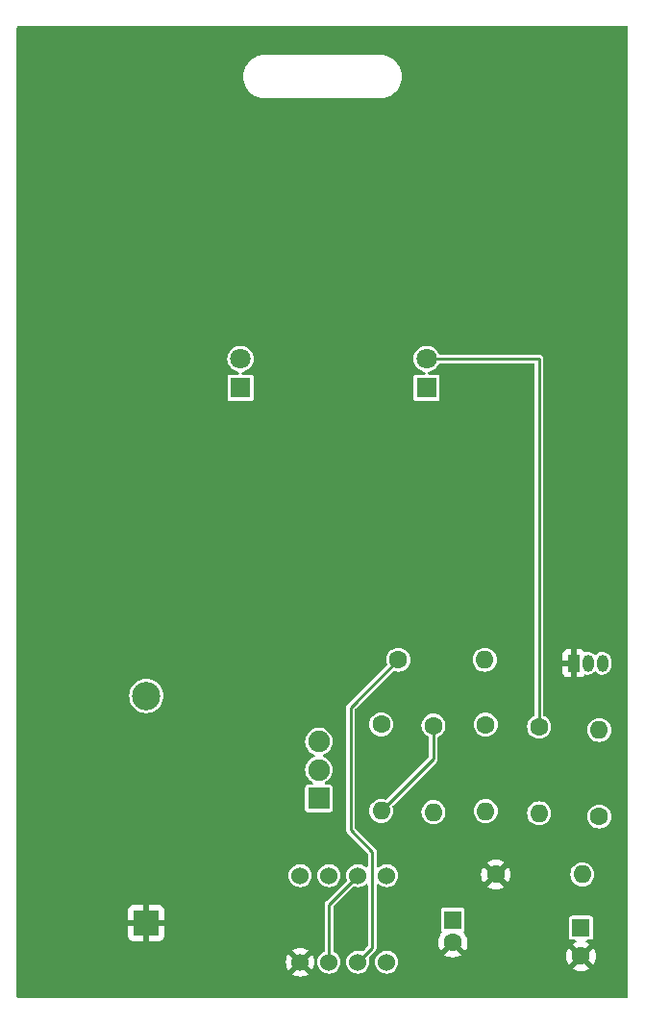
<source format=gbr>
%TF.GenerationSoftware,KiCad,Pcbnew,7.0.6*%
%TF.CreationDate,2024-05-29T23:10:09-05:00*%
%TF.ProjectId,My_kikad,4d795f6b-696b-4616-942e-6b696361645f,V01*%
%TF.SameCoordinates,Original*%
%TF.FileFunction,Copper,L2,Bot*%
%TF.FilePolarity,Positive*%
%FSLAX46Y46*%
G04 Gerber Fmt 4.6, Leading zero omitted, Abs format (unit mm)*
G04 Created by KiCad (PCBNEW 7.0.6) date 2024-05-29 23:10:09*
%MOMM*%
%LPD*%
G01*
G04 APERTURE LIST*
%TA.AperFunction,ComponentPad*%
%ADD10C,1.600000*%
%TD*%
%TA.AperFunction,ComponentPad*%
%ADD11O,1.600000X1.600000*%
%TD*%
%TA.AperFunction,ComponentPad*%
%ADD12R,1.800000X1.800000*%
%TD*%
%TA.AperFunction,ComponentPad*%
%ADD13C,1.800000*%
%TD*%
%TA.AperFunction,ComponentPad*%
%ADD14C,1.524000*%
%TD*%
%TA.AperFunction,ComponentPad*%
%ADD15R,2.170000X2.170000*%
%TD*%
%TA.AperFunction,ComponentPad*%
%ADD16C,2.500000*%
%TD*%
%TA.AperFunction,ComponentPad*%
%ADD17R,1.600000X1.600000*%
%TD*%
%TA.AperFunction,ComponentPad*%
%ADD18R,1.900000X1.900000*%
%TD*%
%TA.AperFunction,ComponentPad*%
%ADD19C,1.900000*%
%TD*%
%TA.AperFunction,ComponentPad*%
%ADD20R,1.000000X1.500000*%
%TD*%
%TA.AperFunction,ComponentPad*%
%ADD21O,1.000000X1.500000*%
%TD*%
%TA.AperFunction,Conductor*%
%ADD22C,0.254000*%
%TD*%
G04 APERTURE END LIST*
D10*
%TO.P,R2,1*%
%TO.N,Net-(U1-DIS)*%
X163700000Y-102990000D03*
D11*
%TO.P,R2,2*%
%TO.N,Net-(U1-THRESH)*%
X163700000Y-110610000D03*
%TD*%
D12*
%TO.P,D2,1,K*%
%TO.N,Net-(D1-K)*%
X163100000Y-73240000D03*
D13*
%TO.P,D2,2,A*%
%TO.N,Net-(D2-A)*%
X163100000Y-70700000D03*
%TD*%
D10*
%TO.P,R3,1*%
%TO.N,Net-(U1-OUT)*%
X160600000Y-97200000D03*
D11*
%TO.P,R3,2*%
%TO.N,Net-(C2-Pad1)*%
X168220000Y-97200000D03*
%TD*%
D10*
%TO.P,R4,1*%
%TO.N,Net-(C2-Pad1)*%
X178300000Y-111000000D03*
D11*
%TO.P,R4,2*%
%TO.N,Net-(Q1-B)*%
X178300000Y-103380000D03*
%TD*%
D14*
%TO.P,7555,1,GND*%
%TO.N,GND*%
X151960000Y-123820000D03*
%TO.P,7555,2,~{TRIG}*%
%TO.N,Net-(U1-THRESH)*%
X154500000Y-123820000D03*
%TO.P,7555,3,OUT*%
%TO.N,Net-(U1-OUT)*%
X157040000Y-123820000D03*
%TO.P,7555,4,~{RST}*%
%TO.N,VCC*%
X159580000Y-123820000D03*
%TO.P,7555,5,CV*%
%TO.N,unconnected-(U1-CV-Pad5)*%
X159580000Y-116200000D03*
%TO.P,7555,6,THRESH*%
%TO.N,Net-(U1-THRESH)*%
X157040000Y-116200000D03*
%TO.P,7555,7,DIS*%
%TO.N,Net-(U1-DIS)*%
X154500000Y-116200000D03*
%TO.P,7555,8,VDD*%
%TO.N,VCC*%
X151960000Y-116200000D03*
%TD*%
D15*
%TO.P,BAT1,Neg*%
%TO.N,GND*%
X138400000Y-120375700D03*
D16*
%TO.P,BAT1,Pos*%
%TO.N,Net-(BAT1-PadPos)*%
X138400000Y-100375700D03*
%TD*%
D10*
%TO.P,R7,1*%
%TO.N,Net-(D2-A)*%
X173000000Y-103100000D03*
D11*
%TO.P,R7,2*%
%TO.N,VCC*%
X173000000Y-110720000D03*
%TD*%
D17*
%TO.P,C1,1*%
%TO.N,Net-(U1-THRESH)*%
X165400000Y-120100000D03*
D10*
%TO.P,C1,2*%
%TO.N,GND*%
X165400000Y-122100000D03*
%TD*%
D18*
%TO.P,S1,1*%
%TO.N,unconnected-(S1-Pad1)*%
X153600000Y-109400000D03*
D19*
%TO.P,S1,2*%
%TO.N,VCC*%
X153600000Y-106900000D03*
%TO.P,S1,3*%
%TO.N,Net-(BAT1-PadPos)*%
X153600000Y-104400000D03*
%TD*%
D10*
%TO.P,R1,1*%
%TO.N,VCC*%
X159100000Y-102890000D03*
D11*
%TO.P,R1,2*%
%TO.N,Net-(U1-DIS)*%
X159100000Y-110510000D03*
%TD*%
D10*
%TO.P,R5,1*%
%TO.N,GND*%
X169200000Y-116100000D03*
D11*
%TO.P,R5,2*%
%TO.N,Net-(C2-Pad1)*%
X176820000Y-116100000D03*
%TD*%
D12*
%TO.P,D1,1,K*%
%TO.N,Net-(D1-K)*%
X146700000Y-73240000D03*
D13*
%TO.P,D1,2,A*%
%TO.N,Net-(D1-A)*%
X146700000Y-70700000D03*
%TD*%
D17*
%TO.P,C2,1*%
%TO.N,Net-(C2-Pad1)*%
X176700000Y-120800000D03*
D10*
%TO.P,C2,2*%
%TO.N,GND*%
X176700000Y-123300000D03*
%TD*%
D20*
%TO.P,Q1,1,E*%
%TO.N,GND*%
X176060000Y-97500000D03*
D21*
%TO.P,Q1,2,B*%
%TO.N,Net-(Q1-B)*%
X177330000Y-97500000D03*
%TO.P,Q1,3,C*%
%TO.N,Net-(D1-K)*%
X178600000Y-97500000D03*
%TD*%
D10*
%TO.P,R6,1*%
%TO.N,Net-(D1-A)*%
X168300000Y-102900000D03*
D11*
%TO.P,R6,2*%
%TO.N,VCC*%
X168300000Y-110520000D03*
%TD*%
D22*
%TO.N,Net-(U1-THRESH)*%
X154500000Y-123820000D02*
X154500000Y-118740000D01*
X154500000Y-118740000D02*
X157040000Y-116200000D01*
%TO.N,Net-(D2-A)*%
X173000000Y-70700000D02*
X163100000Y-70700000D01*
X173000000Y-103100000D02*
X173000000Y-70700000D01*
%TO.N,Net-(U1-DIS)*%
X163700000Y-105910000D02*
X159100000Y-110510000D01*
X163700000Y-102990000D02*
X163700000Y-105910000D01*
%TO.N,Net-(U1-OUT)*%
X156400000Y-101400000D02*
X160600000Y-97200000D01*
X156400000Y-112200000D02*
X156400000Y-101400000D01*
X158300000Y-114100000D02*
X156400000Y-112200000D01*
X157040000Y-123820000D02*
X158300000Y-122560000D01*
X158300000Y-122560000D02*
X158300000Y-114100000D01*
%TD*%
%TA.AperFunction,Conductor*%
%TO.N,GND*%
G36*
X180789621Y-41422502D02*
G01*
X180836114Y-41476158D01*
X180847500Y-41528500D01*
X180847500Y-126873500D01*
X180827498Y-126941621D01*
X180773842Y-126988114D01*
X180721500Y-126999500D01*
X127126500Y-126999500D01*
X127058379Y-126979498D01*
X127011886Y-126925842D01*
X127000500Y-126873500D01*
X127000500Y-123820000D01*
X150693179Y-123820000D01*
X150712425Y-124039979D01*
X150769577Y-124253276D01*
X150769579Y-124253281D01*
X150862899Y-124453407D01*
X150908258Y-124518186D01*
X151575096Y-123851348D01*
X151575051Y-123851898D01*
X151606266Y-123975162D01*
X151675813Y-124081612D01*
X151776157Y-124159713D01*
X151896422Y-124201000D01*
X151932552Y-124201000D01*
X151261812Y-124871739D01*
X151261812Y-124871741D01*
X151326590Y-124917099D01*
X151326589Y-124917099D01*
X151526718Y-125010420D01*
X151526723Y-125010422D01*
X151740020Y-125067574D01*
X151959999Y-125086820D01*
X152179979Y-125067574D01*
X152393276Y-125010422D01*
X152393281Y-125010420D01*
X152593410Y-124917099D01*
X152593411Y-124917098D01*
X152658186Y-124871741D01*
X152658186Y-124871740D01*
X151987447Y-124201000D01*
X151991569Y-124201000D01*
X152085421Y-124185339D01*
X152197251Y-124124820D01*
X152283371Y-124031269D01*
X152334448Y-123914823D01*
X152340105Y-123846552D01*
X153011739Y-124518186D01*
X153011741Y-124518186D01*
X153057098Y-124453411D01*
X153057099Y-124453410D01*
X153150420Y-124253281D01*
X153150422Y-124253276D01*
X153207574Y-124039978D01*
X153226819Y-123819999D01*
X153478581Y-123819999D01*
X153498206Y-124019261D01*
X153498206Y-124019263D01*
X153556332Y-124210877D01*
X153556334Y-124210883D01*
X153650720Y-124387466D01*
X153650722Y-124387469D01*
X153777748Y-124542252D01*
X153932531Y-124669278D01*
X154109120Y-124763667D01*
X154300731Y-124821792D01*
X154300735Y-124821792D01*
X154300737Y-124821793D01*
X154499997Y-124841418D01*
X154500000Y-124841418D01*
X154500003Y-124841418D01*
X154699261Y-124821793D01*
X154699263Y-124821793D01*
X154699264Y-124821792D01*
X154699269Y-124821792D01*
X154890880Y-124763667D01*
X155067469Y-124669278D01*
X155222252Y-124542252D01*
X155349278Y-124387469D01*
X155443667Y-124210880D01*
X155501792Y-124019269D01*
X155506136Y-123975162D01*
X155521418Y-123820003D01*
X155521418Y-123819996D01*
X155501793Y-123620738D01*
X155501793Y-123620736D01*
X155501792Y-123620733D01*
X155501792Y-123620731D01*
X155443667Y-123429120D01*
X155349278Y-123252531D01*
X155222252Y-123097748D01*
X155067469Y-122970722D01*
X154962912Y-122914835D01*
X154948103Y-122906919D01*
X154897455Y-122857166D01*
X154881500Y-122795797D01*
X154881500Y-118950211D01*
X154901502Y-118882090D01*
X154918400Y-118861121D01*
X156585541Y-117193979D01*
X156647851Y-117159956D01*
X156711210Y-117162502D01*
X156840727Y-117201791D01*
X156840728Y-117201791D01*
X156840731Y-117201792D01*
X156840734Y-117201792D01*
X156840738Y-117201793D01*
X157039997Y-117221418D01*
X157040000Y-117221418D01*
X157040003Y-117221418D01*
X157239261Y-117201793D01*
X157239263Y-117201793D01*
X157239264Y-117201792D01*
X157239269Y-117201792D01*
X157430880Y-117143667D01*
X157607469Y-117049278D01*
X157712569Y-116963024D01*
X157777914Y-116935273D01*
X157847892Y-116947255D01*
X157900284Y-116995168D01*
X157918500Y-117060426D01*
X157918500Y-122349787D01*
X157898498Y-122417908D01*
X157881599Y-122438877D01*
X157672964Y-122647513D01*
X157494459Y-122826018D01*
X157432147Y-122860043D01*
X157368789Y-122857497D01*
X157239266Y-122818207D01*
X157239261Y-122818206D01*
X157040003Y-122798582D01*
X157039997Y-122798582D01*
X156840738Y-122818206D01*
X156840736Y-122818206D01*
X156649122Y-122876332D01*
X156649116Y-122876334D01*
X156472533Y-122970720D01*
X156317748Y-123097748D01*
X156190720Y-123252533D01*
X156096334Y-123429116D01*
X156096332Y-123429122D01*
X156038206Y-123620736D01*
X156038206Y-123620738D01*
X156018582Y-123819996D01*
X156018582Y-123820003D01*
X156038206Y-124019261D01*
X156038206Y-124019263D01*
X156096332Y-124210877D01*
X156096334Y-124210883D01*
X156190720Y-124387466D01*
X156190722Y-124387469D01*
X156317748Y-124542252D01*
X156472531Y-124669278D01*
X156649120Y-124763667D01*
X156840731Y-124821792D01*
X156840735Y-124821792D01*
X156840737Y-124821793D01*
X157039997Y-124841418D01*
X157040000Y-124841418D01*
X157040003Y-124841418D01*
X157239261Y-124821793D01*
X157239263Y-124821793D01*
X157239264Y-124821792D01*
X157239269Y-124821792D01*
X157430880Y-124763667D01*
X157607469Y-124669278D01*
X157762252Y-124542252D01*
X157889278Y-124387469D01*
X157983667Y-124210880D01*
X158041792Y-124019269D01*
X158046136Y-123975162D01*
X158061418Y-123820003D01*
X158558582Y-123820003D01*
X158578206Y-124019261D01*
X158578206Y-124019263D01*
X158636332Y-124210877D01*
X158636334Y-124210883D01*
X158730720Y-124387466D01*
X158730722Y-124387469D01*
X158857748Y-124542252D01*
X159012531Y-124669278D01*
X159189120Y-124763667D01*
X159380731Y-124821792D01*
X159380735Y-124821792D01*
X159380737Y-124821793D01*
X159579997Y-124841418D01*
X159580000Y-124841418D01*
X159580003Y-124841418D01*
X159779261Y-124821793D01*
X159779263Y-124821793D01*
X159779264Y-124821792D01*
X159779269Y-124821792D01*
X159970880Y-124763667D01*
X160147469Y-124669278D01*
X160302252Y-124542252D01*
X160429278Y-124387469D01*
X160523667Y-124210880D01*
X160581792Y-124019269D01*
X160586136Y-123975162D01*
X160601418Y-123820003D01*
X160601418Y-123819996D01*
X160581793Y-123620738D01*
X160581793Y-123620736D01*
X160581792Y-123620733D01*
X160581792Y-123620731D01*
X160523667Y-123429120D01*
X160429278Y-123252531D01*
X160302252Y-123097748D01*
X160147469Y-122970722D01*
X160147467Y-122970721D01*
X160147466Y-122970720D01*
X159970883Y-122876334D01*
X159970877Y-122876332D01*
X159805015Y-122826018D01*
X159779269Y-122818208D01*
X159779268Y-122818207D01*
X159779262Y-122818206D01*
X159580003Y-122798582D01*
X159579997Y-122798582D01*
X159380738Y-122818206D01*
X159380736Y-122818206D01*
X159189122Y-122876332D01*
X159189116Y-122876334D01*
X159012533Y-122970720D01*
X158857748Y-123097748D01*
X158730720Y-123252533D01*
X158636334Y-123429116D01*
X158636332Y-123429122D01*
X158578206Y-123620736D01*
X158578206Y-123620738D01*
X158558582Y-123819996D01*
X158558582Y-123820003D01*
X158061418Y-123820003D01*
X158061418Y-123819996D01*
X158041793Y-123620738D01*
X158041792Y-123620735D01*
X158041792Y-123620731D01*
X158002501Y-123491210D01*
X158001868Y-123420218D01*
X158033979Y-123365541D01*
X158532548Y-122866973D01*
X158552717Y-122850595D01*
X158561956Y-122844560D01*
X158584111Y-122816093D01*
X158589277Y-122810244D01*
X158592114Y-122807409D01*
X158605900Y-122788099D01*
X158640158Y-122744085D01*
X158640160Y-122744076D01*
X158643956Y-122737065D01*
X158647470Y-122729876D01*
X158647475Y-122729870D01*
X158656384Y-122699943D01*
X158663390Y-122676412D01*
X158681499Y-122623664D01*
X158682819Y-122615752D01*
X158683805Y-122607842D01*
X158681500Y-122552115D01*
X158681500Y-122100000D01*
X164095034Y-122100000D01*
X164114859Y-122326602D01*
X164173732Y-122546323D01*
X164173734Y-122546328D01*
X164269867Y-122752486D01*
X164320972Y-122825471D01*
X165002045Y-122144399D01*
X165014835Y-122225148D01*
X165072359Y-122338045D01*
X165161955Y-122427641D01*
X165274852Y-122485165D01*
X165355598Y-122497953D01*
X164674527Y-123179024D01*
X164674527Y-123179027D01*
X164747513Y-123230132D01*
X164953671Y-123326265D01*
X164953676Y-123326267D01*
X165173397Y-123385140D01*
X165400000Y-123404965D01*
X165626602Y-123385140D01*
X165846323Y-123326267D01*
X165846328Y-123326265D01*
X165902654Y-123300000D01*
X175395034Y-123300000D01*
X175414859Y-123526602D01*
X175473732Y-123746323D01*
X175473734Y-123746328D01*
X175569867Y-123952486D01*
X175620972Y-124025471D01*
X176302045Y-123344398D01*
X176314835Y-123425148D01*
X176372359Y-123538045D01*
X176461955Y-123627641D01*
X176574852Y-123685165D01*
X176655598Y-123697953D01*
X175974527Y-124379024D01*
X175974527Y-124379027D01*
X176047513Y-124430132D01*
X176253671Y-124526265D01*
X176253676Y-124526267D01*
X176473397Y-124585140D01*
X176700000Y-124604965D01*
X176926602Y-124585140D01*
X177146323Y-124526267D01*
X177146328Y-124526265D01*
X177352482Y-124430134D01*
X177425471Y-124379026D01*
X177425471Y-124379025D01*
X176744400Y-123697953D01*
X176825148Y-123685165D01*
X176938045Y-123627641D01*
X177027641Y-123538045D01*
X177085165Y-123425148D01*
X177097953Y-123344399D01*
X177779025Y-124025471D01*
X177779026Y-124025471D01*
X177830134Y-123952482D01*
X177926265Y-123746328D01*
X177926267Y-123746323D01*
X177985140Y-123526602D01*
X178004965Y-123300000D01*
X177985140Y-123073397D01*
X177926267Y-122853676D01*
X177926265Y-122853671D01*
X177830132Y-122647513D01*
X177779027Y-122574527D01*
X177779024Y-122574527D01*
X177097953Y-123255598D01*
X177085165Y-123174852D01*
X177027641Y-123061955D01*
X176938045Y-122972359D01*
X176825148Y-122914835D01*
X176744399Y-122902046D01*
X177425471Y-122220972D01*
X177425471Y-122220971D01*
X177352486Y-122169867D01*
X177191276Y-122094694D01*
X177137991Y-122047777D01*
X177118530Y-121979499D01*
X177139072Y-121911540D01*
X177193095Y-121865474D01*
X177244525Y-121854499D01*
X177525066Y-121854499D01*
X177525069Y-121854498D01*
X177525073Y-121854498D01*
X177574326Y-121844701D01*
X177599301Y-121839734D01*
X177683484Y-121783484D01*
X177739734Y-121699301D01*
X177754500Y-121625067D01*
X177754499Y-119974934D01*
X177754498Y-119974930D01*
X177754498Y-119974926D01*
X177739734Y-119900699D01*
X177683483Y-119816515D01*
X177599302Y-119760266D01*
X177525067Y-119745500D01*
X175874936Y-119745500D01*
X175874926Y-119745501D01*
X175800699Y-119760265D01*
X175716515Y-119816516D01*
X175660266Y-119900697D01*
X175645500Y-119974930D01*
X175645500Y-121625063D01*
X175645501Y-121625073D01*
X175660265Y-121699300D01*
X175716516Y-121783484D01*
X175800697Y-121839733D01*
X175800699Y-121839734D01*
X175874933Y-121854500D01*
X176155474Y-121854499D01*
X176223592Y-121874501D01*
X176270085Y-121928156D01*
X176280190Y-121998430D01*
X176250697Y-122063011D01*
X176208723Y-122094693D01*
X176047518Y-122169865D01*
X176047516Y-122169866D01*
X175974526Y-122220973D01*
X176655599Y-122902046D01*
X176574852Y-122914835D01*
X176461955Y-122972359D01*
X176372359Y-123061955D01*
X176314835Y-123174852D01*
X176302046Y-123255599D01*
X175620973Y-122574526D01*
X175569867Y-122647515D01*
X175473734Y-122853672D01*
X175473732Y-122853676D01*
X175414859Y-123073397D01*
X175395034Y-123300000D01*
X165902654Y-123300000D01*
X166052482Y-123230134D01*
X166125471Y-123179026D01*
X166125471Y-123179025D01*
X165444400Y-122497953D01*
X165525148Y-122485165D01*
X165638045Y-122427641D01*
X165727641Y-122338045D01*
X165785165Y-122225148D01*
X165797953Y-122144400D01*
X166479024Y-122825471D01*
X166479026Y-122825471D01*
X166530134Y-122752482D01*
X166626265Y-122546328D01*
X166626267Y-122546323D01*
X166685140Y-122326602D01*
X166704965Y-122100000D01*
X166685140Y-121873397D01*
X166626267Y-121653676D01*
X166626265Y-121653671D01*
X166530133Y-121447516D01*
X166399664Y-121261187D01*
X166399659Y-121261181D01*
X166391818Y-121253340D01*
X166357792Y-121191028D01*
X166362857Y-121120213D01*
X166378870Y-121095326D01*
X166376590Y-121093802D01*
X166439733Y-120999302D01*
X166439732Y-120999302D01*
X166439734Y-120999301D01*
X166454500Y-120925067D01*
X166454499Y-119274934D01*
X166454498Y-119274930D01*
X166454498Y-119274926D01*
X166439734Y-119200699D01*
X166383483Y-119116515D01*
X166299302Y-119060266D01*
X166225067Y-119045500D01*
X164574936Y-119045500D01*
X164574926Y-119045501D01*
X164500699Y-119060265D01*
X164416515Y-119116516D01*
X164360266Y-119200697D01*
X164345500Y-119274930D01*
X164345500Y-120925063D01*
X164345501Y-120925073D01*
X164360265Y-120999300D01*
X164423411Y-121093803D01*
X164419714Y-121096272D01*
X164442206Y-121137461D01*
X164437141Y-121208276D01*
X164408188Y-121253332D01*
X164400337Y-121261183D01*
X164269866Y-121447516D01*
X164173734Y-121653671D01*
X164173732Y-121653676D01*
X164114859Y-121873397D01*
X164095034Y-122100000D01*
X158681500Y-122100000D01*
X158681500Y-117044013D01*
X158701502Y-116975892D01*
X158755158Y-116929399D01*
X158825432Y-116919295D01*
X158887431Y-116946612D01*
X159012531Y-117049278D01*
X159012533Y-117049279D01*
X159180474Y-117139046D01*
X159189120Y-117143667D01*
X159380731Y-117201792D01*
X159380735Y-117201792D01*
X159380737Y-117201793D01*
X159579997Y-117221418D01*
X159580000Y-117221418D01*
X159580003Y-117221418D01*
X159779261Y-117201793D01*
X159779263Y-117201793D01*
X159779264Y-117201792D01*
X159779269Y-117201792D01*
X159970880Y-117143667D01*
X160147469Y-117049278D01*
X160302252Y-116922252D01*
X160429278Y-116767469D01*
X160523667Y-116590880D01*
X160581792Y-116399269D01*
X160588949Y-116326602D01*
X160601418Y-116200003D01*
X160601418Y-116199996D01*
X160591569Y-116100000D01*
X167895034Y-116100000D01*
X167914859Y-116326602D01*
X167973732Y-116546323D01*
X167973734Y-116546328D01*
X168069867Y-116752486D01*
X168120972Y-116825471D01*
X168802045Y-116144398D01*
X168814835Y-116225148D01*
X168872359Y-116338045D01*
X168961955Y-116427641D01*
X169074852Y-116485165D01*
X169155598Y-116497953D01*
X168474527Y-117179024D01*
X168474527Y-117179027D01*
X168547513Y-117230132D01*
X168753671Y-117326265D01*
X168753676Y-117326267D01*
X168973397Y-117385140D01*
X169200000Y-117404965D01*
X169426602Y-117385140D01*
X169646323Y-117326267D01*
X169646328Y-117326265D01*
X169852482Y-117230134D01*
X169925471Y-117179026D01*
X169925471Y-117179025D01*
X169244400Y-116497953D01*
X169325148Y-116485165D01*
X169438045Y-116427641D01*
X169527641Y-116338045D01*
X169585165Y-116225148D01*
X169597953Y-116144400D01*
X170279024Y-116825471D01*
X170279026Y-116825471D01*
X170330134Y-116752482D01*
X170426265Y-116546328D01*
X170426267Y-116546323D01*
X170485140Y-116326602D01*
X170504965Y-116100003D01*
X175760398Y-116100003D01*
X175780756Y-116306711D01*
X175841055Y-116505492D01*
X175938974Y-116688686D01*
X176070747Y-116849252D01*
X176231313Y-116981024D01*
X176231313Y-116981025D01*
X176231317Y-116981027D01*
X176414508Y-117078945D01*
X176613282Y-117139242D01*
X176613286Y-117139242D01*
X176613288Y-117139243D01*
X176819997Y-117159602D01*
X176820000Y-117159602D01*
X176820003Y-117159602D01*
X177026711Y-117139243D01*
X177026712Y-117139242D01*
X177026718Y-117139242D01*
X177225492Y-117078945D01*
X177408683Y-116981027D01*
X177408684Y-116981025D01*
X177408686Y-116981025D01*
X177408686Y-116981024D01*
X177569252Y-116849252D01*
X177701027Y-116688683D01*
X177798945Y-116505492D01*
X177859242Y-116306718D01*
X177869754Y-116199996D01*
X177879602Y-116100003D01*
X177879602Y-116099996D01*
X177859243Y-115893288D01*
X177859242Y-115893286D01*
X177859242Y-115893282D01*
X177798945Y-115694508D01*
X177701027Y-115511317D01*
X177701025Y-115511313D01*
X177569252Y-115350747D01*
X177408686Y-115218975D01*
X177408686Y-115218974D01*
X177225492Y-115121055D01*
X177026711Y-115060756D01*
X176820003Y-115040398D01*
X176819997Y-115040398D01*
X176613288Y-115060756D01*
X176414507Y-115121055D01*
X176231313Y-115218974D01*
X176231313Y-115218975D01*
X176070747Y-115350747D01*
X175938975Y-115511313D01*
X175938974Y-115511313D01*
X175841055Y-115694507D01*
X175780756Y-115893288D01*
X175760398Y-116099996D01*
X175760398Y-116100003D01*
X170504965Y-116100003D01*
X170504965Y-116100000D01*
X170485140Y-115873397D01*
X170426267Y-115653676D01*
X170426265Y-115653671D01*
X170330132Y-115447513D01*
X170279026Y-115374527D01*
X169597953Y-116055598D01*
X169585165Y-115974852D01*
X169527641Y-115861955D01*
X169438045Y-115772359D01*
X169325148Y-115714835D01*
X169244399Y-115702046D01*
X169925471Y-115020972D01*
X169925471Y-115020971D01*
X169852486Y-114969867D01*
X169646328Y-114873734D01*
X169646323Y-114873732D01*
X169426602Y-114814859D01*
X169200000Y-114795034D01*
X168973397Y-114814859D01*
X168753676Y-114873732D01*
X168753672Y-114873734D01*
X168547515Y-114969867D01*
X168474526Y-115020973D01*
X169155599Y-115702046D01*
X169074852Y-115714835D01*
X168961955Y-115772359D01*
X168872359Y-115861955D01*
X168814835Y-115974852D01*
X168802046Y-116055600D01*
X168120972Y-115374526D01*
X168069867Y-115447515D01*
X167973734Y-115653672D01*
X167973732Y-115653676D01*
X167914859Y-115873397D01*
X167895034Y-116100000D01*
X160591569Y-116100000D01*
X160581793Y-116000738D01*
X160581793Y-116000736D01*
X160581792Y-116000733D01*
X160581792Y-116000731D01*
X160523667Y-115809120D01*
X160429278Y-115632531D01*
X160302252Y-115477748D01*
X160147469Y-115350722D01*
X160147467Y-115350721D01*
X160147466Y-115350720D01*
X159970883Y-115256334D01*
X159970877Y-115256332D01*
X159847725Y-115218974D01*
X159779269Y-115198208D01*
X159779268Y-115198207D01*
X159779262Y-115198206D01*
X159580003Y-115178582D01*
X159579997Y-115178582D01*
X159380738Y-115198206D01*
X159380736Y-115198206D01*
X159189122Y-115256332D01*
X159189116Y-115256334D01*
X159012533Y-115350720D01*
X158887433Y-115453386D01*
X158822085Y-115481139D01*
X158752107Y-115469157D01*
X158699716Y-115421243D01*
X158681500Y-115355986D01*
X158681500Y-114152634D01*
X158684182Y-114126774D01*
X158686445Y-114115984D01*
X158681983Y-114080190D01*
X158681500Y-114072400D01*
X158681500Y-114068394D01*
X158681500Y-114068389D01*
X158677595Y-114044993D01*
X158670696Y-113989640D01*
X158670694Y-113989635D01*
X158668414Y-113981975D01*
X158665819Y-113974415D01*
X158639276Y-113925368D01*
X158614776Y-113875252D01*
X158610147Y-113868768D01*
X158605220Y-113862438D01*
X158564192Y-113824669D01*
X156818405Y-112078881D01*
X156784379Y-112016569D01*
X156781500Y-111989786D01*
X156781500Y-110510003D01*
X158040398Y-110510003D01*
X158060756Y-110716711D01*
X158060757Y-110716717D01*
X158060758Y-110716718D01*
X158121055Y-110915491D01*
X158121055Y-110915492D01*
X158218974Y-111098686D01*
X158350747Y-111259252D01*
X158511313Y-111391024D01*
X158511313Y-111391025D01*
X158538379Y-111405492D01*
X158694508Y-111488945D01*
X158893282Y-111549242D01*
X158893286Y-111549242D01*
X158893288Y-111549243D01*
X159099997Y-111569602D01*
X159100000Y-111569602D01*
X159100003Y-111569602D01*
X159306711Y-111549243D01*
X159306712Y-111549242D01*
X159306718Y-111549242D01*
X159505492Y-111488945D01*
X159688683Y-111391027D01*
X159688684Y-111391025D01*
X159688686Y-111391025D01*
X159688686Y-111391024D01*
X159849252Y-111259252D01*
X159981027Y-111098683D01*
X160078945Y-110915492D01*
X160139242Y-110716718D01*
X160149753Y-110610003D01*
X162640398Y-110610003D01*
X162660756Y-110816711D01*
X162660757Y-110816717D01*
X162660758Y-110816718D01*
X162721054Y-111015492D01*
X162721055Y-111015492D01*
X162818974Y-111198686D01*
X162950747Y-111359252D01*
X163111313Y-111491024D01*
X163111313Y-111491025D01*
X163126130Y-111498945D01*
X163294508Y-111588945D01*
X163493282Y-111649242D01*
X163493286Y-111649242D01*
X163493288Y-111649243D01*
X163699997Y-111669602D01*
X163700000Y-111669602D01*
X163700003Y-111669602D01*
X163906711Y-111649243D01*
X163906712Y-111649242D01*
X163906718Y-111649242D01*
X164105492Y-111588945D01*
X164288683Y-111491027D01*
X164288684Y-111491025D01*
X164288686Y-111491025D01*
X164288686Y-111491024D01*
X164449252Y-111359252D01*
X164581027Y-111198683D01*
X164678945Y-111015492D01*
X164739242Y-110816718D01*
X164741551Y-110793282D01*
X164759602Y-110610003D01*
X164759602Y-110609996D01*
X164750738Y-110520003D01*
X167240398Y-110520003D01*
X167260756Y-110726711D01*
X167321055Y-110925492D01*
X167418974Y-111108686D01*
X167550747Y-111269252D01*
X167711313Y-111401024D01*
X167711313Y-111401025D01*
X167711317Y-111401027D01*
X167894508Y-111498945D01*
X168093282Y-111559242D01*
X168093286Y-111559242D01*
X168093288Y-111559243D01*
X168299997Y-111579602D01*
X168300000Y-111579602D01*
X168300003Y-111579602D01*
X168506711Y-111559243D01*
X168506712Y-111559242D01*
X168506718Y-111559242D01*
X168705492Y-111498945D01*
X168888683Y-111401027D01*
X168888684Y-111401025D01*
X168888686Y-111401025D01*
X168888686Y-111401024D01*
X169049252Y-111269252D01*
X169181027Y-111108683D01*
X169278945Y-110925492D01*
X169339242Y-110726718D01*
X169339904Y-110720003D01*
X171940398Y-110720003D01*
X171960756Y-110926711D01*
X171960757Y-110926717D01*
X171960758Y-110926718D01*
X171982988Y-111000000D01*
X172021055Y-111125492D01*
X172118974Y-111308686D01*
X172250747Y-111469252D01*
X172411313Y-111601024D01*
X172411313Y-111601025D01*
X172411317Y-111601027D01*
X172594508Y-111698945D01*
X172793282Y-111759242D01*
X172793286Y-111759242D01*
X172793288Y-111759243D01*
X172999997Y-111779602D01*
X173000000Y-111779602D01*
X173000003Y-111779602D01*
X173206711Y-111759243D01*
X173206712Y-111759242D01*
X173206718Y-111759242D01*
X173405492Y-111698945D01*
X173588683Y-111601027D01*
X173588684Y-111601025D01*
X173588686Y-111601025D01*
X173588686Y-111601024D01*
X173749252Y-111469252D01*
X173881027Y-111308683D01*
X173978945Y-111125492D01*
X174017011Y-111000003D01*
X177240398Y-111000003D01*
X177260756Y-111206711D01*
X177321055Y-111405492D01*
X177418974Y-111588686D01*
X177550747Y-111749252D01*
X177711313Y-111881024D01*
X177711313Y-111881025D01*
X177711317Y-111881027D01*
X177894508Y-111978945D01*
X178093282Y-112039242D01*
X178093286Y-112039242D01*
X178093288Y-112039243D01*
X178299997Y-112059602D01*
X178300000Y-112059602D01*
X178300003Y-112059602D01*
X178506711Y-112039243D01*
X178506712Y-112039242D01*
X178506718Y-112039242D01*
X178705492Y-111978945D01*
X178888683Y-111881027D01*
X178888684Y-111881025D01*
X178888686Y-111881025D01*
X178888686Y-111881024D01*
X179049252Y-111749252D01*
X179181027Y-111588683D01*
X179278945Y-111405492D01*
X179339242Y-111206718D01*
X179340034Y-111198683D01*
X179359602Y-111000003D01*
X179359602Y-110999996D01*
X179339243Y-110793288D01*
X179339242Y-110793286D01*
X179339242Y-110793282D01*
X179278945Y-110594508D01*
X179181027Y-110411317D01*
X179181025Y-110411313D01*
X179049252Y-110250747D01*
X178888686Y-110118975D01*
X178888686Y-110118974D01*
X178705492Y-110021055D01*
X178539651Y-109970748D01*
X178506718Y-109960758D01*
X178506717Y-109960757D01*
X178506711Y-109960756D01*
X178300003Y-109940398D01*
X178299997Y-109940398D01*
X178093288Y-109960756D01*
X177894507Y-110021055D01*
X177711313Y-110118974D01*
X177711313Y-110118975D01*
X177550747Y-110250747D01*
X177418975Y-110411313D01*
X177418974Y-110411313D01*
X177321055Y-110594507D01*
X177260756Y-110793288D01*
X177240398Y-110999996D01*
X177240398Y-111000003D01*
X174017011Y-111000003D01*
X174039242Y-110926718D01*
X174052385Y-110793282D01*
X174059602Y-110720003D01*
X174059602Y-110719996D01*
X174039243Y-110513288D01*
X174039242Y-110513286D01*
X174039242Y-110513282D01*
X173978945Y-110314508D01*
X173881027Y-110131317D01*
X173881025Y-110131313D01*
X173749252Y-109970747D01*
X173588686Y-109838975D01*
X173588686Y-109838974D01*
X173405492Y-109741055D01*
X173206711Y-109680756D01*
X173000003Y-109660398D01*
X172999997Y-109660398D01*
X172793288Y-109680756D01*
X172594507Y-109741055D01*
X172411313Y-109838974D01*
X172411313Y-109838975D01*
X172250747Y-109970747D01*
X172118975Y-110131313D01*
X172118974Y-110131313D01*
X172021055Y-110314507D01*
X171960756Y-110513288D01*
X171940398Y-110719996D01*
X171940398Y-110720003D01*
X169339904Y-110720003D01*
X169359602Y-110520003D01*
X169359602Y-110519996D01*
X169339243Y-110313288D01*
X169339242Y-110313286D01*
X169339242Y-110313282D01*
X169278945Y-110114508D01*
X169181027Y-109931317D01*
X169181025Y-109931313D01*
X169049252Y-109770747D01*
X168888686Y-109638975D01*
X168888686Y-109638974D01*
X168705492Y-109541055D01*
X168506711Y-109480756D01*
X168300003Y-109460398D01*
X168299997Y-109460398D01*
X168093288Y-109480756D01*
X167894507Y-109541055D01*
X167711313Y-109638974D01*
X167711313Y-109638975D01*
X167550747Y-109770747D01*
X167418975Y-109931313D01*
X167418974Y-109931313D01*
X167321055Y-110114507D01*
X167260756Y-110313288D01*
X167240398Y-110519996D01*
X167240398Y-110520003D01*
X164750738Y-110520003D01*
X164739243Y-110403288D01*
X164739242Y-110403286D01*
X164739242Y-110403282D01*
X164678945Y-110204508D01*
X164581027Y-110021317D01*
X164581025Y-110021313D01*
X164449252Y-109860747D01*
X164288686Y-109728975D01*
X164288686Y-109728974D01*
X164105492Y-109631055D01*
X163906711Y-109570756D01*
X163700003Y-109550398D01*
X163699997Y-109550398D01*
X163493288Y-109570756D01*
X163294507Y-109631055D01*
X163111313Y-109728974D01*
X163111313Y-109728975D01*
X162950747Y-109860747D01*
X162818975Y-110021313D01*
X162818974Y-110021313D01*
X162721055Y-110204507D01*
X162660756Y-110403288D01*
X162640398Y-110609996D01*
X162640398Y-110610003D01*
X160149753Y-110610003D01*
X160149754Y-110609996D01*
X160159602Y-110510003D01*
X160159602Y-110509996D01*
X160139243Y-110303290D01*
X160139242Y-110303288D01*
X160139242Y-110303282D01*
X160092968Y-110150739D01*
X160092336Y-110079748D01*
X160124447Y-110025073D01*
X163932542Y-106216978D01*
X163952718Y-106200594D01*
X163961956Y-106194560D01*
X163984114Y-106166089D01*
X163989282Y-106160238D01*
X163992113Y-106157409D01*
X164005891Y-106138110D01*
X164040158Y-106094085D01*
X164040158Y-106094082D01*
X164043957Y-106087064D01*
X164047471Y-106079874D01*
X164047475Y-106079870D01*
X164050026Y-106071300D01*
X164063391Y-106026410D01*
X164081499Y-105973664D01*
X164082819Y-105965749D01*
X164083805Y-105957843D01*
X164081500Y-105902116D01*
X164081500Y-104057289D01*
X164101502Y-103989168D01*
X164148102Y-103946168D01*
X164288683Y-103871027D01*
X164449252Y-103739252D01*
X164581027Y-103578683D01*
X164678945Y-103395492D01*
X164739242Y-103196718D01*
X164741551Y-103173282D01*
X164759602Y-102990003D01*
X164759602Y-102989996D01*
X164750738Y-102900003D01*
X167240398Y-102900003D01*
X167260756Y-103106711D01*
X167321055Y-103305492D01*
X167418974Y-103488686D01*
X167550747Y-103649252D01*
X167711313Y-103781024D01*
X167711313Y-103781025D01*
X167711317Y-103781027D01*
X167894508Y-103878945D01*
X168093282Y-103939242D01*
X168093286Y-103939242D01*
X168093288Y-103939243D01*
X168299997Y-103959602D01*
X168300000Y-103959602D01*
X168300003Y-103959602D01*
X168506711Y-103939243D01*
X168506712Y-103939242D01*
X168506718Y-103939242D01*
X168705492Y-103878945D01*
X168888683Y-103781027D01*
X168888684Y-103781025D01*
X168888686Y-103781025D01*
X168888686Y-103781024D01*
X169049252Y-103649252D01*
X169181027Y-103488683D01*
X169278945Y-103305492D01*
X169339242Y-103106718D01*
X169339904Y-103100003D01*
X169359602Y-102900003D01*
X169359602Y-102899996D01*
X169339243Y-102693288D01*
X169339242Y-102693286D01*
X169339242Y-102693282D01*
X169278945Y-102494508D01*
X169181027Y-102311317D01*
X169181025Y-102311313D01*
X169049252Y-102150747D01*
X168888686Y-102018975D01*
X168888686Y-102018974D01*
X168705492Y-101921055D01*
X168586146Y-101884852D01*
X168506718Y-101860758D01*
X168506717Y-101860757D01*
X168506711Y-101860756D01*
X168300003Y-101840398D01*
X168299997Y-101840398D01*
X168093288Y-101860756D01*
X167894507Y-101921055D01*
X167711313Y-102018974D01*
X167711313Y-102018975D01*
X167550747Y-102150747D01*
X167418975Y-102311313D01*
X167418974Y-102311313D01*
X167321055Y-102494507D01*
X167260756Y-102693288D01*
X167240398Y-102899996D01*
X167240398Y-102900003D01*
X164750738Y-102900003D01*
X164739243Y-102783288D01*
X164739242Y-102783286D01*
X164739242Y-102783282D01*
X164678945Y-102584508D01*
X164581027Y-102401317D01*
X164581025Y-102401313D01*
X164449252Y-102240747D01*
X164288686Y-102108975D01*
X164288686Y-102108974D01*
X164105492Y-102011055D01*
X163906711Y-101950756D01*
X163700003Y-101930398D01*
X163699997Y-101930398D01*
X163493288Y-101950756D01*
X163294507Y-102011055D01*
X163111313Y-102108974D01*
X163111313Y-102108975D01*
X162950747Y-102240747D01*
X162818975Y-102401313D01*
X162818974Y-102401313D01*
X162721055Y-102584507D01*
X162660756Y-102783288D01*
X162640398Y-102989996D01*
X162640398Y-102990003D01*
X162660756Y-103196711D01*
X162660757Y-103196717D01*
X162660758Y-103196718D01*
X162721054Y-103395492D01*
X162721055Y-103395492D01*
X162818974Y-103578686D01*
X162950747Y-103739252D01*
X163108780Y-103868945D01*
X163111317Y-103871027D01*
X163251896Y-103946168D01*
X163302544Y-103995919D01*
X163318500Y-104057289D01*
X163318500Y-105699786D01*
X163298498Y-105767907D01*
X163281595Y-105788881D01*
X159584926Y-109485549D01*
X159522614Y-109519575D01*
X159459256Y-109517029D01*
X159306711Y-109470756D01*
X159100003Y-109450398D01*
X159099997Y-109450398D01*
X158893288Y-109470756D01*
X158694507Y-109531055D01*
X158511313Y-109628974D01*
X158511313Y-109628975D01*
X158350747Y-109760747D01*
X158218975Y-109921313D01*
X158218974Y-109921313D01*
X158121055Y-110104507D01*
X158060756Y-110303288D01*
X158040398Y-110509996D01*
X158040398Y-110510003D01*
X156781500Y-110510003D01*
X156781500Y-102890003D01*
X158040398Y-102890003D01*
X158060756Y-103096711D01*
X158060757Y-103096717D01*
X158060758Y-103096718D01*
X158103166Y-103236518D01*
X158121055Y-103295492D01*
X158218974Y-103478686D01*
X158350747Y-103639252D01*
X158511313Y-103771024D01*
X158511313Y-103771025D01*
X158538379Y-103785492D01*
X158694508Y-103868945D01*
X158893282Y-103929242D01*
X158893286Y-103929242D01*
X158893288Y-103929243D01*
X159099997Y-103949602D01*
X159100000Y-103949602D01*
X159100003Y-103949602D01*
X159306711Y-103929243D01*
X159306712Y-103929242D01*
X159306718Y-103929242D01*
X159505492Y-103868945D01*
X159688683Y-103771027D01*
X159688684Y-103771025D01*
X159688686Y-103771025D01*
X159688686Y-103771024D01*
X159849252Y-103639252D01*
X159981027Y-103478683D01*
X160078945Y-103295492D01*
X160139242Y-103096718D01*
X160149754Y-102989996D01*
X160159602Y-102890003D01*
X160159602Y-102889996D01*
X160139243Y-102683288D01*
X160139242Y-102683286D01*
X160139242Y-102683282D01*
X160078945Y-102484508D01*
X159981027Y-102301317D01*
X159981025Y-102301313D01*
X159849252Y-102140747D01*
X159688686Y-102008975D01*
X159688686Y-102008974D01*
X159505492Y-101911055D01*
X159505491Y-101911055D01*
X159306718Y-101850758D01*
X159306717Y-101850757D01*
X159306711Y-101850756D01*
X159100003Y-101830398D01*
X159099997Y-101830398D01*
X158893288Y-101850756D01*
X158694507Y-101911055D01*
X158511313Y-102008974D01*
X158511313Y-102008975D01*
X158350747Y-102140747D01*
X158218975Y-102301313D01*
X158218974Y-102301313D01*
X158121055Y-102484507D01*
X158060756Y-102683288D01*
X158040398Y-102889996D01*
X158040398Y-102890003D01*
X156781500Y-102890003D01*
X156781500Y-101610212D01*
X156801502Y-101542091D01*
X156818405Y-101521117D01*
X158430177Y-99909345D01*
X160115074Y-98224447D01*
X160177384Y-98190423D01*
X160240738Y-98192968D01*
X160393282Y-98239242D01*
X160393288Y-98239242D01*
X160393290Y-98239243D01*
X160599997Y-98259602D01*
X160600000Y-98259602D01*
X160600003Y-98259602D01*
X160806711Y-98239243D01*
X160806712Y-98239242D01*
X160806718Y-98239242D01*
X161005492Y-98178945D01*
X161188683Y-98081027D01*
X161188684Y-98081025D01*
X161188686Y-98081025D01*
X161188686Y-98081024D01*
X161349252Y-97949252D01*
X161481027Y-97788683D01*
X161578945Y-97605492D01*
X161639242Y-97406718D01*
X161654678Y-97250000D01*
X161659602Y-97200003D01*
X167160398Y-97200003D01*
X167180756Y-97406711D01*
X167241055Y-97605492D01*
X167338974Y-97788686D01*
X167470747Y-97949252D01*
X167631313Y-98081024D01*
X167631313Y-98081025D01*
X167631317Y-98081027D01*
X167814508Y-98178945D01*
X168013282Y-98239242D01*
X168013286Y-98239242D01*
X168013288Y-98239243D01*
X168219997Y-98259602D01*
X168220000Y-98259602D01*
X168220003Y-98259602D01*
X168426711Y-98239243D01*
X168426712Y-98239242D01*
X168426718Y-98239242D01*
X168625492Y-98178945D01*
X168808683Y-98081027D01*
X168808684Y-98081025D01*
X168808686Y-98081025D01*
X168808686Y-98081024D01*
X168969252Y-97949252D01*
X169101027Y-97788683D01*
X169198945Y-97605492D01*
X169259242Y-97406718D01*
X169274678Y-97250000D01*
X169279602Y-97200003D01*
X169279602Y-97199996D01*
X169259243Y-96993288D01*
X169259242Y-96993286D01*
X169259242Y-96993282D01*
X169198945Y-96794508D01*
X169101027Y-96611317D01*
X169101025Y-96611313D01*
X168969252Y-96450747D01*
X168808686Y-96318975D01*
X168808686Y-96318974D01*
X168625492Y-96221055D01*
X168426711Y-96160756D01*
X168220003Y-96140398D01*
X168219997Y-96140398D01*
X168013288Y-96160756D01*
X167814507Y-96221055D01*
X167631313Y-96318974D01*
X167631313Y-96318975D01*
X167470747Y-96450747D01*
X167338975Y-96611313D01*
X167338974Y-96611313D01*
X167241055Y-96794507D01*
X167180756Y-96993288D01*
X167160398Y-97199996D01*
X167160398Y-97200003D01*
X161659602Y-97200003D01*
X161659602Y-97199996D01*
X161639243Y-96993288D01*
X161639242Y-96993286D01*
X161639242Y-96993282D01*
X161578945Y-96794508D01*
X161481027Y-96611317D01*
X161481025Y-96611313D01*
X161349252Y-96450747D01*
X161188686Y-96318975D01*
X161188686Y-96318974D01*
X161005492Y-96221055D01*
X160806711Y-96160756D01*
X160600003Y-96140398D01*
X160599997Y-96140398D01*
X160393288Y-96160756D01*
X160194507Y-96221055D01*
X160011313Y-96318974D01*
X160011313Y-96318975D01*
X159850747Y-96450747D01*
X159718975Y-96611313D01*
X159718974Y-96611313D01*
X159621055Y-96794507D01*
X159560756Y-96993288D01*
X159540398Y-97199996D01*
X159540398Y-97200003D01*
X159560756Y-97406711D01*
X159607029Y-97559257D01*
X159607662Y-97630251D01*
X159575549Y-97684927D01*
X156167455Y-101093020D01*
X156147282Y-101109404D01*
X156138041Y-101115441D01*
X156115896Y-101143893D01*
X156110736Y-101149738D01*
X156107892Y-101152583D01*
X156094099Y-101171900D01*
X156059840Y-101215916D01*
X156056030Y-101222958D01*
X156052524Y-101230129D01*
X156036610Y-101283586D01*
X156018499Y-101336339D01*
X156017184Y-101344218D01*
X156016194Y-101352160D01*
X156018500Y-101407884D01*
X156018500Y-112147366D01*
X156015818Y-112173223D01*
X156013554Y-112184016D01*
X156016110Y-112204518D01*
X156018016Y-112219809D01*
X156018500Y-112227600D01*
X156018500Y-112231615D01*
X156018499Y-112231615D01*
X156022403Y-112255003D01*
X156029303Y-112310357D01*
X156031588Y-112318032D01*
X156034180Y-112325582D01*
X156034181Y-112325585D01*
X156034182Y-112325586D01*
X156060729Y-112374641D01*
X156085224Y-112424746D01*
X156085225Y-112424748D01*
X156089868Y-112431251D01*
X156094782Y-112437565D01*
X156135819Y-112475341D01*
X157881595Y-114221117D01*
X157915620Y-114283429D01*
X157918500Y-114310212D01*
X157918500Y-115339573D01*
X157898498Y-115407694D01*
X157844842Y-115454187D01*
X157774568Y-115464291D01*
X157712567Y-115436973D01*
X157676890Y-115407694D01*
X157607469Y-115350722D01*
X157607467Y-115350721D01*
X157607466Y-115350720D01*
X157430883Y-115256334D01*
X157430877Y-115256332D01*
X157307725Y-115218974D01*
X157239269Y-115198208D01*
X157239268Y-115198207D01*
X157239262Y-115198206D01*
X157040003Y-115178582D01*
X157039997Y-115178582D01*
X156840738Y-115198206D01*
X156840736Y-115198206D01*
X156649122Y-115256332D01*
X156649116Y-115256334D01*
X156472533Y-115350720D01*
X156317748Y-115477748D01*
X156190720Y-115632533D01*
X156096334Y-115809116D01*
X156096332Y-115809122D01*
X156038206Y-116000736D01*
X156038206Y-116000738D01*
X156018582Y-116199996D01*
X156018582Y-116200003D01*
X156038206Y-116399261D01*
X156038207Y-116399266D01*
X156077497Y-116528789D01*
X156078130Y-116599783D01*
X156046017Y-116654459D01*
X154267455Y-118433020D01*
X154247282Y-118449404D01*
X154238041Y-118455441D01*
X154215896Y-118483893D01*
X154210736Y-118489738D01*
X154207892Y-118492583D01*
X154194099Y-118511900D01*
X154159840Y-118555916D01*
X154156030Y-118562958D01*
X154152524Y-118570129D01*
X154136610Y-118623586D01*
X154118499Y-118676339D01*
X154117184Y-118684218D01*
X154116194Y-118692160D01*
X154118500Y-118747884D01*
X154118500Y-122795797D01*
X154098498Y-122863918D01*
X154051897Y-122906919D01*
X154000822Y-122934219D01*
X153932531Y-122970722D01*
X153807420Y-123073397D01*
X153777748Y-123097748D01*
X153650720Y-123252533D01*
X153556334Y-123429116D01*
X153556332Y-123429122D01*
X153498206Y-123620736D01*
X153498206Y-123620738D01*
X153478581Y-123819999D01*
X153226819Y-123819999D01*
X153207574Y-123600021D01*
X153150422Y-123386723D01*
X153150420Y-123386718D01*
X153057098Y-123186589D01*
X153011741Y-123121812D01*
X152344903Y-123788648D01*
X152344949Y-123788102D01*
X152313734Y-123664838D01*
X152244187Y-123558388D01*
X152143843Y-123480287D01*
X152023578Y-123439000D01*
X151987446Y-123439000D01*
X152658186Y-122768258D01*
X152593407Y-122722899D01*
X152393281Y-122629579D01*
X152393276Y-122629577D01*
X152179979Y-122572425D01*
X151960000Y-122553179D01*
X151740020Y-122572425D01*
X151526723Y-122629577D01*
X151526719Y-122629579D01*
X151326588Y-122722902D01*
X151261811Y-122768258D01*
X151932553Y-123439000D01*
X151928431Y-123439000D01*
X151834579Y-123454661D01*
X151722749Y-123515180D01*
X151636629Y-123608731D01*
X151585552Y-123725177D01*
X151579894Y-123793446D01*
X150908258Y-123121811D01*
X150862902Y-123186588D01*
X150769579Y-123386719D01*
X150769577Y-123386723D01*
X150712425Y-123600020D01*
X150693179Y-123820000D01*
X127000500Y-123820000D01*
X127000500Y-121508540D01*
X136815000Y-121508540D01*
X136821400Y-121568071D01*
X136871647Y-121702789D01*
X136957810Y-121817889D01*
X137072910Y-121904052D01*
X137207628Y-121954299D01*
X137267159Y-121960699D01*
X137267176Y-121960700D01*
X138150000Y-121960700D01*
X138150000Y-120905346D01*
X138247284Y-120945643D01*
X138361656Y-120960700D01*
X138438344Y-120960700D01*
X138552716Y-120945643D01*
X138650000Y-120905346D01*
X138650000Y-121960700D01*
X139532824Y-121960700D01*
X139532840Y-121960699D01*
X139592371Y-121954299D01*
X139727089Y-121904052D01*
X139842189Y-121817889D01*
X139928352Y-121702789D01*
X139978599Y-121568071D01*
X139984999Y-121508540D01*
X139985000Y-121508523D01*
X139985000Y-120625700D01*
X138929647Y-120625700D01*
X138969943Y-120528416D01*
X138990048Y-120375700D01*
X138969943Y-120222984D01*
X138929647Y-120125700D01*
X139985000Y-120125700D01*
X139985000Y-119242876D01*
X139984999Y-119242859D01*
X139978599Y-119183328D01*
X139928352Y-119048610D01*
X139842189Y-118933510D01*
X139727089Y-118847347D01*
X139592371Y-118797100D01*
X139532840Y-118790700D01*
X138650000Y-118790700D01*
X138650000Y-119846053D01*
X138552716Y-119805757D01*
X138438344Y-119790700D01*
X138361656Y-119790700D01*
X138247284Y-119805757D01*
X138150000Y-119846053D01*
X138150000Y-118790700D01*
X137267159Y-118790700D01*
X137207628Y-118797100D01*
X137072910Y-118847347D01*
X136957810Y-118933510D01*
X136871647Y-119048610D01*
X136821400Y-119183328D01*
X136815000Y-119242859D01*
X136815000Y-120125700D01*
X137870353Y-120125700D01*
X137830057Y-120222984D01*
X137809952Y-120375700D01*
X137830057Y-120528416D01*
X137870353Y-120625700D01*
X136815000Y-120625700D01*
X136815000Y-121508540D01*
X127000500Y-121508540D01*
X127000500Y-116200003D01*
X150938582Y-116200003D01*
X150958206Y-116399261D01*
X150958206Y-116399263D01*
X151016332Y-116590877D01*
X151016334Y-116590883D01*
X151102711Y-116752482D01*
X151110722Y-116767469D01*
X151237748Y-116922252D01*
X151392531Y-117049278D01*
X151392533Y-117049279D01*
X151560474Y-117139046D01*
X151569120Y-117143667D01*
X151760731Y-117201792D01*
X151760735Y-117201792D01*
X151760737Y-117201793D01*
X151959997Y-117221418D01*
X151960000Y-117221418D01*
X151960003Y-117221418D01*
X152159261Y-117201793D01*
X152159263Y-117201793D01*
X152159264Y-117201792D01*
X152159269Y-117201792D01*
X152350880Y-117143667D01*
X152527469Y-117049278D01*
X152682252Y-116922252D01*
X152809278Y-116767469D01*
X152903667Y-116590880D01*
X152961792Y-116399269D01*
X152968949Y-116326602D01*
X152981418Y-116200003D01*
X153478582Y-116200003D01*
X153498206Y-116399261D01*
X153498206Y-116399263D01*
X153556332Y-116590877D01*
X153556334Y-116590883D01*
X153642711Y-116752482D01*
X153650722Y-116767469D01*
X153777748Y-116922252D01*
X153932531Y-117049278D01*
X153932533Y-117049279D01*
X154100474Y-117139046D01*
X154109120Y-117143667D01*
X154300731Y-117201792D01*
X154300735Y-117201792D01*
X154300737Y-117201793D01*
X154499997Y-117221418D01*
X154500000Y-117221418D01*
X154500003Y-117221418D01*
X154699261Y-117201793D01*
X154699263Y-117201793D01*
X154699264Y-117201792D01*
X154699269Y-117201792D01*
X154890880Y-117143667D01*
X155067469Y-117049278D01*
X155222252Y-116922252D01*
X155349278Y-116767469D01*
X155443667Y-116590880D01*
X155501792Y-116399269D01*
X155508949Y-116326602D01*
X155521418Y-116200003D01*
X155521418Y-116199996D01*
X155501793Y-116000738D01*
X155501793Y-116000736D01*
X155501792Y-116000733D01*
X155501792Y-116000731D01*
X155443667Y-115809120D01*
X155349278Y-115632531D01*
X155222252Y-115477748D01*
X155067469Y-115350722D01*
X155067467Y-115350721D01*
X155067466Y-115350720D01*
X154890883Y-115256334D01*
X154890877Y-115256332D01*
X154767725Y-115218974D01*
X154699269Y-115198208D01*
X154699268Y-115198207D01*
X154699262Y-115198206D01*
X154500003Y-115178582D01*
X154499997Y-115178582D01*
X154300738Y-115198206D01*
X154300736Y-115198206D01*
X154109122Y-115256332D01*
X154109116Y-115256334D01*
X153932533Y-115350720D01*
X153777748Y-115477748D01*
X153650720Y-115632533D01*
X153556334Y-115809116D01*
X153556332Y-115809122D01*
X153498206Y-116000736D01*
X153498206Y-116000738D01*
X153478582Y-116199996D01*
X153478582Y-116200003D01*
X152981418Y-116200003D01*
X152981418Y-116199996D01*
X152961793Y-116000738D01*
X152961793Y-116000736D01*
X152961792Y-116000733D01*
X152961792Y-116000731D01*
X152903667Y-115809120D01*
X152809278Y-115632531D01*
X152682252Y-115477748D01*
X152527469Y-115350722D01*
X152527467Y-115350721D01*
X152527466Y-115350720D01*
X152350883Y-115256334D01*
X152350877Y-115256332D01*
X152227725Y-115218974D01*
X152159269Y-115198208D01*
X152159268Y-115198207D01*
X152159262Y-115198206D01*
X151960003Y-115178582D01*
X151959997Y-115178582D01*
X151760738Y-115198206D01*
X151760736Y-115198206D01*
X151569122Y-115256332D01*
X151569116Y-115256334D01*
X151392533Y-115350720D01*
X151237748Y-115477748D01*
X151110720Y-115632533D01*
X151016334Y-115809116D01*
X151016332Y-115809122D01*
X150958206Y-116000736D01*
X150958206Y-116000738D01*
X150938582Y-116199996D01*
X150938582Y-116200003D01*
X127000500Y-116200003D01*
X127000500Y-106900004D01*
X152390340Y-106900004D01*
X152410936Y-107122272D01*
X152410937Y-107122274D01*
X152472026Y-107336980D01*
X152571526Y-107536804D01*
X152571527Y-107536805D01*
X152571528Y-107536807D01*
X152706048Y-107714942D01*
X152871014Y-107865328D01*
X152871016Y-107865329D01*
X152871017Y-107865330D01*
X153027750Y-107962374D01*
X153075136Y-108015239D01*
X153086419Y-108085333D01*
X153058016Y-108150400D01*
X152998943Y-108189782D01*
X152961418Y-108195500D01*
X152624936Y-108195500D01*
X152624926Y-108195501D01*
X152550699Y-108210265D01*
X152466515Y-108266516D01*
X152410266Y-108350697D01*
X152395500Y-108424930D01*
X152395500Y-110375063D01*
X152395501Y-110375073D01*
X152410265Y-110449300D01*
X152466516Y-110533484D01*
X152550697Y-110589733D01*
X152550699Y-110589734D01*
X152624933Y-110604500D01*
X154575066Y-110604499D01*
X154575069Y-110604498D01*
X154575073Y-110604498D01*
X154625303Y-110594507D01*
X154649301Y-110589734D01*
X154733484Y-110533484D01*
X154789734Y-110449301D01*
X154804500Y-110375067D01*
X154804499Y-108424934D01*
X154804498Y-108424930D01*
X154804498Y-108424926D01*
X154789734Y-108350699D01*
X154733483Y-108266515D01*
X154649302Y-108210266D01*
X154575069Y-108195500D01*
X154238582Y-108195500D01*
X154170461Y-108175498D01*
X154123968Y-108121842D01*
X154113864Y-108051568D01*
X154143358Y-107986988D01*
X154172246Y-107962376D01*
X154328983Y-107865330D01*
X154493950Y-107714943D01*
X154628474Y-107536804D01*
X154727974Y-107336980D01*
X154789063Y-107122274D01*
X154809660Y-106900000D01*
X154789063Y-106677726D01*
X154727974Y-106463020D01*
X154628474Y-106263196D01*
X154576642Y-106194559D01*
X154493951Y-106085057D01*
X154328985Y-105934671D01*
X154139192Y-105817157D01*
X154139185Y-105817154D01*
X154010990Y-105767491D01*
X153954695Y-105724232D01*
X153930725Y-105657404D01*
X153946689Y-105588226D01*
X153997520Y-105538660D01*
X154010990Y-105532509D01*
X154041269Y-105520778D01*
X154139192Y-105482843D01*
X154328983Y-105365330D01*
X154493950Y-105214943D01*
X154628474Y-105036804D01*
X154727974Y-104836980D01*
X154789063Y-104622274D01*
X154795928Y-104548182D01*
X154809660Y-104400004D01*
X154809660Y-104399995D01*
X154789063Y-104177727D01*
X154778113Y-104139243D01*
X154727974Y-103963020D01*
X154628474Y-103763196D01*
X154628471Y-103763192D01*
X154493951Y-103585057D01*
X154328985Y-103434671D01*
X154139192Y-103317157D01*
X154139185Y-103317154D01*
X153931045Y-103236519D01*
X153891943Y-103229209D01*
X153711613Y-103195500D01*
X153488387Y-103195500D01*
X153346833Y-103221961D01*
X153268954Y-103236519D01*
X153060814Y-103317154D01*
X153060807Y-103317157D01*
X152871014Y-103434671D01*
X152706048Y-103585057D01*
X152571528Y-103763192D01*
X152472026Y-103963020D01*
X152472023Y-103963028D01*
X152410936Y-104177727D01*
X152390340Y-104399995D01*
X152390340Y-104400004D01*
X152410936Y-104622272D01*
X152410937Y-104622274D01*
X152472026Y-104836980D01*
X152571526Y-105036804D01*
X152571527Y-105036805D01*
X152571528Y-105036807D01*
X152706048Y-105214942D01*
X152871014Y-105365328D01*
X152871016Y-105365329D01*
X152871017Y-105365330D01*
X153060808Y-105482843D01*
X153105439Y-105500133D01*
X153189009Y-105532509D01*
X153245304Y-105575768D01*
X153269274Y-105642596D01*
X153253310Y-105711774D01*
X153202479Y-105761340D01*
X153189009Y-105767491D01*
X153060814Y-105817154D01*
X153060807Y-105817157D01*
X152871014Y-105934671D01*
X152706048Y-106085057D01*
X152571528Y-106263192D01*
X152472026Y-106463020D01*
X152472023Y-106463028D01*
X152410936Y-106677727D01*
X152390340Y-106899995D01*
X152390340Y-106900004D01*
X127000500Y-106900004D01*
X127000500Y-100375700D01*
X136890848Y-100375700D01*
X136909428Y-100611783D01*
X136964711Y-100842054D01*
X137055336Y-101060841D01*
X137159076Y-101230130D01*
X137179071Y-101262758D01*
X137179072Y-101262760D01*
X137332867Y-101442832D01*
X137512939Y-101596627D01*
X137512943Y-101596630D01*
X137714859Y-101720364D01*
X137933646Y-101810989D01*
X138163917Y-101866272D01*
X138400000Y-101884852D01*
X138636083Y-101866272D01*
X138866354Y-101810989D01*
X139085141Y-101720364D01*
X139287057Y-101596630D01*
X139467132Y-101442832D01*
X139620930Y-101262757D01*
X139744664Y-101060841D01*
X139835289Y-100842054D01*
X139890572Y-100611783D01*
X139909152Y-100375700D01*
X139890572Y-100139617D01*
X139835289Y-99909346D01*
X139744664Y-99690559D01*
X139620930Y-99488643D01*
X139620927Y-99488639D01*
X139467132Y-99308567D01*
X139287060Y-99154772D01*
X139287058Y-99154771D01*
X139287057Y-99154770D01*
X139085141Y-99031036D01*
X138866354Y-98940411D01*
X138636083Y-98885128D01*
X138400000Y-98866548D01*
X138399999Y-98866548D01*
X138163917Y-98885128D01*
X137933645Y-98940411D01*
X137714860Y-99031035D01*
X137512941Y-99154771D01*
X137512939Y-99154772D01*
X137332867Y-99308567D01*
X137179072Y-99488639D01*
X137179071Y-99488641D01*
X137055335Y-99690560D01*
X136964711Y-99909345D01*
X136964711Y-99909346D01*
X136909428Y-100139617D01*
X136890848Y-100375700D01*
X127000500Y-100375700D01*
X127000500Y-70700004D01*
X145540554Y-70700004D01*
X145560295Y-70913044D01*
X145560295Y-70913047D01*
X145560296Y-70913048D01*
X145618849Y-71118840D01*
X145714219Y-71310370D01*
X145714220Y-71310371D01*
X145714221Y-71310373D01*
X145843155Y-71481110D01*
X146001278Y-71625258D01*
X146001279Y-71625259D01*
X146183178Y-71737886D01*
X146183181Y-71737887D01*
X146183190Y-71737893D01*
X146382698Y-71815183D01*
X146382699Y-71815183D01*
X146382703Y-71815185D01*
X146492163Y-71835646D01*
X146555445Y-71867824D01*
X146591288Y-71929108D01*
X146588307Y-72000043D01*
X146547450Y-72058105D01*
X146481688Y-72084860D01*
X146469008Y-72085500D01*
X145774936Y-72085500D01*
X145774926Y-72085501D01*
X145700699Y-72100265D01*
X145616515Y-72156516D01*
X145560266Y-72240697D01*
X145545500Y-72314930D01*
X145545500Y-74165063D01*
X145545501Y-74165073D01*
X145560265Y-74239300D01*
X145616516Y-74323484D01*
X145700697Y-74379733D01*
X145700699Y-74379734D01*
X145774933Y-74394500D01*
X147625066Y-74394499D01*
X147625069Y-74394498D01*
X147625073Y-74394498D01*
X147674326Y-74384701D01*
X147699301Y-74379734D01*
X147783484Y-74323484D01*
X147839734Y-74239301D01*
X147854500Y-74165067D01*
X147854499Y-72314934D01*
X147854498Y-72314930D01*
X147854498Y-72314926D01*
X147839734Y-72240699D01*
X147783483Y-72156515D01*
X147699302Y-72100266D01*
X147625069Y-72085500D01*
X146930993Y-72085500D01*
X146862872Y-72065498D01*
X146816379Y-72011842D01*
X146806275Y-71941568D01*
X146835769Y-71876988D01*
X146895495Y-71838604D01*
X146907825Y-71835648D01*
X147017297Y-71815185D01*
X147216810Y-71737893D01*
X147398722Y-71625258D01*
X147556841Y-71481114D01*
X147685781Y-71310370D01*
X147781151Y-71118840D01*
X147839704Y-70913048D01*
X147857984Y-70715778D01*
X147859446Y-70700004D01*
X161940553Y-70700004D01*
X161960295Y-70913044D01*
X161960295Y-70913047D01*
X161960296Y-70913048D01*
X162018849Y-71118840D01*
X162114219Y-71310370D01*
X162114220Y-71310371D01*
X162114221Y-71310373D01*
X162243155Y-71481110D01*
X162401278Y-71625258D01*
X162401279Y-71625259D01*
X162583178Y-71737886D01*
X162583181Y-71737887D01*
X162583190Y-71737893D01*
X162782698Y-71815183D01*
X162782699Y-71815183D01*
X162782703Y-71815185D01*
X162892163Y-71835646D01*
X162955445Y-71867824D01*
X162991288Y-71929108D01*
X162988307Y-72000043D01*
X162947450Y-72058105D01*
X162881688Y-72084860D01*
X162869008Y-72085500D01*
X162174936Y-72085500D01*
X162174926Y-72085501D01*
X162100699Y-72100265D01*
X162016515Y-72156516D01*
X161960266Y-72240697D01*
X161945500Y-72314930D01*
X161945500Y-74165063D01*
X161945501Y-74165073D01*
X161960265Y-74239300D01*
X162016516Y-74323484D01*
X162100697Y-74379733D01*
X162100699Y-74379734D01*
X162174933Y-74394500D01*
X164025066Y-74394499D01*
X164025069Y-74394498D01*
X164025073Y-74394498D01*
X164074326Y-74384701D01*
X164099301Y-74379734D01*
X164183484Y-74323484D01*
X164239734Y-74239301D01*
X164254500Y-74165067D01*
X164254499Y-72314934D01*
X164254498Y-72314930D01*
X164254498Y-72314926D01*
X164239734Y-72240699D01*
X164183483Y-72156515D01*
X164099302Y-72100266D01*
X164025069Y-72085500D01*
X163330993Y-72085500D01*
X163262872Y-72065498D01*
X163216379Y-72011842D01*
X163206275Y-71941568D01*
X163235769Y-71876988D01*
X163295495Y-71838604D01*
X163307825Y-71835648D01*
X163417297Y-71815185D01*
X163616810Y-71737893D01*
X163798722Y-71625258D01*
X163956841Y-71481114D01*
X164085781Y-71310370D01*
X164164970Y-71151335D01*
X164213238Y-71099274D01*
X164277760Y-71081500D01*
X172492500Y-71081500D01*
X172560621Y-71101502D01*
X172607114Y-71155158D01*
X172618500Y-71207500D01*
X172618500Y-102032709D01*
X172598498Y-102100830D01*
X172551897Y-102143831D01*
X172411311Y-102218976D01*
X172250747Y-102350747D01*
X172118975Y-102511313D01*
X172118974Y-102511313D01*
X172021055Y-102694507D01*
X171960756Y-102893288D01*
X171940398Y-103099996D01*
X171940398Y-103100003D01*
X171960756Y-103306711D01*
X171960757Y-103306717D01*
X171960758Y-103306718D01*
X171982988Y-103380000D01*
X172021055Y-103505492D01*
X172118974Y-103688686D01*
X172250747Y-103849252D01*
X172411313Y-103981024D01*
X172411313Y-103981025D01*
X172411317Y-103981027D01*
X172594508Y-104078945D01*
X172793282Y-104139242D01*
X172793286Y-104139242D01*
X172793288Y-104139243D01*
X172999997Y-104159602D01*
X173000000Y-104159602D01*
X173000003Y-104159602D01*
X173206711Y-104139243D01*
X173206712Y-104139242D01*
X173206718Y-104139242D01*
X173405492Y-104078945D01*
X173588683Y-103981027D01*
X173588684Y-103981025D01*
X173588686Y-103981025D01*
X173588686Y-103981024D01*
X173749252Y-103849252D01*
X173881027Y-103688683D01*
X173978945Y-103505492D01*
X174017011Y-103380003D01*
X177240398Y-103380003D01*
X177260756Y-103586711D01*
X177321055Y-103785492D01*
X177418974Y-103968686D01*
X177550747Y-104129252D01*
X177711313Y-104261024D01*
X177711313Y-104261025D01*
X177711317Y-104261027D01*
X177894508Y-104358945D01*
X178093282Y-104419242D01*
X178093286Y-104419242D01*
X178093288Y-104419243D01*
X178299997Y-104439602D01*
X178300000Y-104439602D01*
X178300003Y-104439602D01*
X178506711Y-104419243D01*
X178506712Y-104419242D01*
X178506718Y-104419242D01*
X178705492Y-104358945D01*
X178888683Y-104261027D01*
X178888684Y-104261025D01*
X178888686Y-104261025D01*
X178888686Y-104261024D01*
X179049252Y-104129252D01*
X179181027Y-103968683D01*
X179278945Y-103785492D01*
X179339242Y-103586718D01*
X179340034Y-103578683D01*
X179359602Y-103380003D01*
X179359602Y-103379996D01*
X179339243Y-103173288D01*
X179339242Y-103173286D01*
X179339242Y-103173282D01*
X179278945Y-102974508D01*
X179181027Y-102791317D01*
X179181025Y-102791313D01*
X179049252Y-102630747D01*
X178888686Y-102498975D01*
X178888686Y-102498974D01*
X178705492Y-102401055D01*
X178539651Y-102350748D01*
X178506718Y-102340758D01*
X178506717Y-102340757D01*
X178506711Y-102340756D01*
X178300003Y-102320398D01*
X178299997Y-102320398D01*
X178093288Y-102340756D01*
X177894507Y-102401055D01*
X177711313Y-102498974D01*
X177711313Y-102498975D01*
X177550747Y-102630747D01*
X177418975Y-102791313D01*
X177418974Y-102791313D01*
X177321055Y-102974507D01*
X177260756Y-103173288D01*
X177240398Y-103379996D01*
X177240398Y-103380003D01*
X174017011Y-103380003D01*
X174039242Y-103306718D01*
X174052385Y-103173282D01*
X174059602Y-103100003D01*
X174059602Y-103099996D01*
X174039243Y-102893288D01*
X174039242Y-102893286D01*
X174039242Y-102893282D01*
X173978945Y-102694508D01*
X173881027Y-102511317D01*
X173881025Y-102511313D01*
X173749252Y-102350747D01*
X173588688Y-102218976D01*
X173588684Y-102218973D01*
X173588683Y-102218973D01*
X173490249Y-102166359D01*
X173448103Y-102143831D01*
X173397455Y-102094078D01*
X173381500Y-102032709D01*
X173381500Y-97750000D01*
X175060000Y-97750000D01*
X175060000Y-98297840D01*
X175066400Y-98357371D01*
X175116647Y-98492089D01*
X175202810Y-98607189D01*
X175317910Y-98693352D01*
X175452628Y-98743599D01*
X175512159Y-98749999D01*
X175512176Y-98750000D01*
X175810000Y-98750000D01*
X175810000Y-97750000D01*
X175060000Y-97750000D01*
X173381500Y-97750000D01*
X173381500Y-97500000D01*
X175779612Y-97500000D01*
X175800955Y-97607300D01*
X175861736Y-97698264D01*
X175952700Y-97759045D01*
X176032912Y-97775000D01*
X176087088Y-97775000D01*
X176167300Y-97759045D01*
X176258264Y-97698264D01*
X176310000Y-97620836D01*
X176310000Y-98750000D01*
X176607824Y-98750000D01*
X176607840Y-98749999D01*
X176667371Y-98743599D01*
X176802089Y-98693352D01*
X176917188Y-98607189D01*
X176982609Y-98519798D01*
X177039444Y-98477251D01*
X177110260Y-98472186D01*
X177119596Y-98474595D01*
X177198091Y-98498095D01*
X177374169Y-98508351D01*
X177547866Y-98477723D01*
X177548961Y-98477251D01*
X177617915Y-98447507D01*
X177709818Y-98407864D01*
X177851294Y-98302539D01*
X177869238Y-98281153D01*
X177928347Y-98241827D01*
X177999335Y-98240700D01*
X178052225Y-98270494D01*
X178146377Y-98359322D01*
X178146379Y-98359323D01*
X178299118Y-98447507D01*
X178299119Y-98447507D01*
X178299124Y-98447510D01*
X178468091Y-98498095D01*
X178644169Y-98508351D01*
X178817866Y-98477723D01*
X178818961Y-98477251D01*
X178887915Y-98447507D01*
X178979818Y-98407864D01*
X179121294Y-98302539D01*
X179234667Y-98167427D01*
X179313824Y-98009811D01*
X179354500Y-97838188D01*
X179354500Y-97206059D01*
X179353791Y-97199996D01*
X179339160Y-97074816D01*
X179339159Y-97074814D01*
X179309484Y-96993282D01*
X179278836Y-96909076D01*
X179181915Y-96761715D01*
X179053623Y-96640678D01*
X179053620Y-96640676D01*
X178900881Y-96552492D01*
X178900877Y-96552490D01*
X178900876Y-96552490D01*
X178731909Y-96501905D01*
X178673216Y-96498486D01*
X178555835Y-96491649D01*
X178555831Y-96491649D01*
X178382134Y-96522277D01*
X178382133Y-96522277D01*
X178382129Y-96522278D01*
X178382128Y-96522278D01*
X178220184Y-96592134D01*
X178220180Y-96592136D01*
X178078706Y-96697460D01*
X178078704Y-96697462D01*
X178060758Y-96718849D01*
X178001647Y-96758174D01*
X177930660Y-96759298D01*
X177877773Y-96729504D01*
X177866479Y-96718849D01*
X177783623Y-96640678D01*
X177783620Y-96640676D01*
X177630881Y-96552492D01*
X177630877Y-96552490D01*
X177630876Y-96552490D01*
X177461909Y-96501905D01*
X177403216Y-96498486D01*
X177285835Y-96491649D01*
X177285831Y-96491649D01*
X177112134Y-96522277D01*
X177112131Y-96522278D01*
X177104907Y-96523552D01*
X177104472Y-96521086D01*
X177045315Y-96521387D01*
X176985395Y-96483307D01*
X176979332Y-96475822D01*
X176917189Y-96392811D01*
X176802089Y-96306647D01*
X176667371Y-96256400D01*
X176607840Y-96250000D01*
X176310000Y-96250000D01*
X176310000Y-97379163D01*
X176258264Y-97301736D01*
X176167300Y-97240955D01*
X176087088Y-97225000D01*
X176032912Y-97225000D01*
X175952700Y-97240955D01*
X175861736Y-97301736D01*
X175800955Y-97392700D01*
X175779612Y-97500000D01*
X173381500Y-97500000D01*
X173381500Y-97250000D01*
X175060000Y-97250000D01*
X175810000Y-97250000D01*
X175810000Y-96250000D01*
X175512159Y-96250000D01*
X175452628Y-96256400D01*
X175317910Y-96306647D01*
X175202810Y-96392810D01*
X175116647Y-96507910D01*
X175066400Y-96642628D01*
X175060000Y-96702159D01*
X175060000Y-97250000D01*
X173381500Y-97250000D01*
X173381500Y-70718389D01*
X173381715Y-70713184D01*
X173385454Y-70668059D01*
X173374338Y-70624168D01*
X173373269Y-70619069D01*
X173365818Y-70574414D01*
X173365814Y-70574406D01*
X173365624Y-70574054D01*
X173354296Y-70545020D01*
X173354198Y-70544634D01*
X173329431Y-70506724D01*
X173326765Y-70502250D01*
X173305220Y-70462438D01*
X173304923Y-70462165D01*
X173284776Y-70438375D01*
X173284560Y-70438044D01*
X173248832Y-70410236D01*
X173244857Y-70406869D01*
X173211548Y-70376206D01*
X173211542Y-70376202D01*
X173211168Y-70376038D01*
X173184403Y-70360089D01*
X173184085Y-70359842D01*
X173184084Y-70359841D01*
X173141271Y-70345143D01*
X173136420Y-70343250D01*
X173094948Y-70325059D01*
X173094532Y-70325025D01*
X173064048Y-70318632D01*
X173063664Y-70318500D01*
X173063661Y-70318500D01*
X173018390Y-70318500D01*
X173013185Y-70318285D01*
X172994057Y-70316700D01*
X172968060Y-70314546D01*
X172968059Y-70314546D01*
X172967673Y-70314644D01*
X172936742Y-70318500D01*
X164277760Y-70318500D01*
X164209639Y-70298498D01*
X164164970Y-70248664D01*
X164085781Y-70089630D01*
X164085778Y-70089626D01*
X163956844Y-69918889D01*
X163798721Y-69774741D01*
X163798720Y-69774740D01*
X163616821Y-69662113D01*
X163616814Y-69662109D01*
X163616810Y-69662107D01*
X163616805Y-69662105D01*
X163417301Y-69584816D01*
X163417302Y-69584816D01*
X163417297Y-69584815D01*
X163206980Y-69545500D01*
X162993020Y-69545500D01*
X162834313Y-69575167D01*
X162782697Y-69584816D01*
X162583194Y-69662105D01*
X162583178Y-69662113D01*
X162401279Y-69774740D01*
X162401278Y-69774741D01*
X162243155Y-69918889D01*
X162114221Y-70089626D01*
X162018849Y-70281160D01*
X162018847Y-70281165D01*
X161960295Y-70486955D01*
X161940553Y-70699995D01*
X161940553Y-70700004D01*
X147859446Y-70700004D01*
X147859446Y-70699995D01*
X147841334Y-70504546D01*
X147839704Y-70486952D01*
X147781151Y-70281160D01*
X147685781Y-70089630D01*
X147685778Y-70089626D01*
X147556844Y-69918889D01*
X147398721Y-69774741D01*
X147398720Y-69774740D01*
X147216821Y-69662113D01*
X147216814Y-69662109D01*
X147216810Y-69662107D01*
X147216805Y-69662105D01*
X147017301Y-69584816D01*
X147017302Y-69584816D01*
X147017297Y-69584815D01*
X146806980Y-69545500D01*
X146593020Y-69545500D01*
X146434313Y-69575167D01*
X146382697Y-69584816D01*
X146183194Y-69662105D01*
X146183178Y-69662113D01*
X146001279Y-69774740D01*
X146001278Y-69774741D01*
X145843155Y-69918889D01*
X145714221Y-70089626D01*
X145618849Y-70281160D01*
X145618847Y-70281165D01*
X145560295Y-70486955D01*
X145540554Y-70699995D01*
X145540554Y-70700004D01*
X127000500Y-70700004D01*
X127000500Y-45847005D01*
X146934047Y-45847005D01*
X146936167Y-45877998D01*
X146936153Y-45886798D01*
X146936146Y-45886892D01*
X146937034Y-45890675D01*
X146949273Y-46069618D01*
X146948429Y-46073437D01*
X146950559Y-46088415D01*
X146951834Y-46107059D01*
X146951836Y-46107072D01*
X146959765Y-46145233D01*
X146960847Y-46153018D01*
X146962008Y-46156021D01*
X146998508Y-46331669D01*
X146998154Y-46336041D01*
X147002664Y-46351668D01*
X147004871Y-46362292D01*
X147004875Y-46362304D01*
X147020637Y-46406654D01*
X147022450Y-46413012D01*
X147023689Y-46415243D01*
X147083795Y-46584362D01*
X147084065Y-46589202D01*
X147091114Y-46604957D01*
X147092168Y-46607923D01*
X147092170Y-46607928D01*
X147117639Y-46657081D01*
X147119724Y-46661782D01*
X147120848Y-46663275D01*
X147203482Y-46822750D01*
X147204405Y-46827486D01*
X147205040Y-46828335D01*
X147208435Y-46833356D01*
X147212099Y-46839381D01*
X147248931Y-46891560D01*
X147250742Y-46894466D01*
X147251566Y-46895293D01*
X147355259Y-47042192D01*
X147356960Y-47047173D01*
X147366575Y-47056788D01*
X147412019Y-47105447D01*
X147412909Y-47106511D01*
X147413264Y-47106780D01*
X147536173Y-47238383D01*
X147538724Y-47243459D01*
X147568352Y-47265638D01*
X147742568Y-47407374D01*
X147742571Y-47407375D01*
X147742704Y-47407484D01*
X147746148Y-47412494D01*
X147792282Y-47437686D01*
X147794802Y-47439138D01*
X147965297Y-47542819D01*
X147965300Y-47542820D01*
X147968975Y-47545055D01*
X147968161Y-47546392D01*
X147971498Y-47549587D01*
X148036320Y-47573764D01*
X148039403Y-47575008D01*
X148081696Y-47593378D01*
X148204396Y-47646674D01*
X148204416Y-47646679D01*
X148208313Y-47648065D01*
X148218637Y-47655545D01*
X148294751Y-47672103D01*
X148298323Y-47672991D01*
X148426880Y-47709011D01*
X148455401Y-47717003D01*
X148455404Y-47717003D01*
X148455409Y-47717005D01*
X148457214Y-47717253D01*
X148457739Y-47717489D01*
X148459616Y-47717879D01*
X148459529Y-47718293D01*
X148475966Y-47725677D01*
X148562606Y-47731874D01*
X148566687Y-47732299D01*
X148577321Y-47733761D01*
X148713647Y-47752499D01*
X148713660Y-47752500D01*
X159134340Y-47752500D01*
X159134350Y-47752499D01*
X159179431Y-47746302D01*
X159281328Y-47732297D01*
X159285389Y-47731873D01*
X159366816Y-47726050D01*
X159388433Y-47718118D01*
X159388384Y-47717879D01*
X159390003Y-47717542D01*
X159390796Y-47717251D01*
X159392591Y-47717005D01*
X159549684Y-47672989D01*
X159553245Y-47672104D01*
X159625154Y-47656461D01*
X159639687Y-47648065D01*
X159643579Y-47646680D01*
X159643604Y-47646674D01*
X159808611Y-47575001D01*
X159811688Y-47573760D01*
X159872956Y-47550908D01*
X159879488Y-47545817D01*
X159879025Y-47545055D01*
X159882699Y-47542820D01*
X159882703Y-47542819D01*
X160053228Y-47439119D01*
X160055725Y-47437680D01*
X160099678Y-47413680D01*
X160105295Y-47407485D01*
X160105429Y-47407375D01*
X160105432Y-47407374D01*
X160279655Y-47265632D01*
X160307417Y-47244850D01*
X160311822Y-47238387D01*
X160434736Y-47106779D01*
X160434986Y-47106631D01*
X160435951Y-47105478D01*
X160481458Y-47056752D01*
X160489518Y-47048692D01*
X160492741Y-47042192D01*
X160561143Y-46945288D01*
X160596432Y-46895295D01*
X160597039Y-46894813D01*
X160599048Y-46891589D01*
X160635901Y-46839381D01*
X160635912Y-46839359D01*
X160639568Y-46833348D01*
X160642356Y-46829222D01*
X160644514Y-46822757D01*
X160727151Y-46663274D01*
X160728008Y-46662379D01*
X160730347Y-46657105D01*
X160755830Y-46607927D01*
X160756886Y-46604957D01*
X160762856Y-46591610D01*
X160764204Y-46584364D01*
X160824310Y-46415242D01*
X160825302Y-46413873D01*
X160827354Y-46406677D01*
X160843127Y-46362299D01*
X160845338Y-46351658D01*
X160849186Y-46338324D01*
X160849490Y-46331675D01*
X160885993Y-46156017D01*
X160887037Y-46154061D01*
X160887072Y-46153580D01*
X160888231Y-46145246D01*
X160888234Y-46145233D01*
X160896164Y-46107072D01*
X160896226Y-46106158D01*
X160897441Y-46088410D01*
X160899272Y-46075526D01*
X160898726Y-46069617D01*
X160905063Y-45976968D01*
X160910965Y-45890672D01*
X160911935Y-45888048D01*
X160911846Y-45886800D01*
X160911832Y-45878008D01*
X160913953Y-45847000D01*
X160911832Y-45815991D01*
X160911846Y-45807198D01*
X160911852Y-45807107D01*
X160910965Y-45803323D01*
X160898726Y-45624381D01*
X160899569Y-45620560D01*
X160897441Y-45605589D01*
X160896165Y-45586941D01*
X160896164Y-45586938D01*
X160896164Y-45586928D01*
X160888230Y-45548751D01*
X160887149Y-45540976D01*
X160885992Y-45537981D01*
X160849491Y-45362327D01*
X160849844Y-45357957D01*
X160845337Y-45342337D01*
X160843128Y-45331707D01*
X160843127Y-45331702D01*
X160843127Y-45331701D01*
X160827359Y-45287336D01*
X160825548Y-45280987D01*
X160824309Y-45278753D01*
X160764203Y-45109634D01*
X160763933Y-45104796D01*
X160756884Y-45089038D01*
X160755831Y-45086076D01*
X160755830Y-45086073D01*
X160730354Y-45036907D01*
X160728276Y-45032222D01*
X160727151Y-45030725D01*
X160644515Y-44871244D01*
X160643593Y-44866514D01*
X160642962Y-44865671D01*
X160639565Y-44860646D01*
X160635905Y-44854628D01*
X160635901Y-44854619D01*
X160599056Y-44802422D01*
X160597256Y-44799532D01*
X160596430Y-44798702D01*
X160492740Y-44651806D01*
X160491039Y-44646826D01*
X160481438Y-44637225D01*
X160452127Y-44605841D01*
X160435972Y-44588543D01*
X160435088Y-44587487D01*
X160434734Y-44587218D01*
X160311824Y-44455614D01*
X160309273Y-44450537D01*
X160279630Y-44428347D01*
X160279615Y-44428335D01*
X160105432Y-44286626D01*
X160105426Y-44286622D01*
X160105293Y-44286514D01*
X160101848Y-44281502D01*
X160055710Y-44256309D01*
X160053185Y-44254854D01*
X159882703Y-44151181D01*
X159882699Y-44151179D01*
X159879025Y-44148945D01*
X159879832Y-44147617D01*
X159876477Y-44144403D01*
X159811676Y-44120234D01*
X159808594Y-44118990D01*
X159712532Y-44077265D01*
X159643604Y-44047326D01*
X159643598Y-44047324D01*
X159639673Y-44045929D01*
X159629352Y-44038449D01*
X159553237Y-44021892D01*
X159549644Y-44020999D01*
X159476857Y-44000605D01*
X159392600Y-43976997D01*
X159392596Y-43976996D01*
X159392591Y-43976995D01*
X159390763Y-43976743D01*
X159390231Y-43976504D01*
X159388384Y-43976121D01*
X159388468Y-43975713D01*
X159372009Y-43968319D01*
X159285374Y-43962123D01*
X159281289Y-43961697D01*
X159134353Y-43941500D01*
X159134340Y-43941500D01*
X159004099Y-43941500D01*
X148844500Y-43941500D01*
X148844000Y-43941500D01*
X148713660Y-43941500D01*
X148713646Y-43941500D01*
X148566707Y-43961697D01*
X148562623Y-43962123D01*
X148481231Y-43967945D01*
X148459568Y-43975890D01*
X148459616Y-43976121D01*
X148458057Y-43976444D01*
X148457247Y-43976742D01*
X148455411Y-43976994D01*
X148298378Y-44020993D01*
X148294772Y-44021889D01*
X148222867Y-44037531D01*
X148208340Y-44045924D01*
X148204397Y-44047325D01*
X148039415Y-44118986D01*
X148036333Y-44120230D01*
X147975069Y-44143079D01*
X147968514Y-44148189D01*
X147968974Y-44148945D01*
X147794839Y-44254839D01*
X147792298Y-44256304D01*
X147748326Y-44280315D01*
X147742707Y-44286513D01*
X147603770Y-44399545D01*
X147603769Y-44399547D01*
X147568384Y-44428335D01*
X147540585Y-44449145D01*
X147536173Y-44455617D01*
X147413264Y-44587219D01*
X147413009Y-44587369D01*
X147412016Y-44588556D01*
X147366589Y-44637195D01*
X147358485Y-44645298D01*
X147355260Y-44651806D01*
X147251569Y-44798703D01*
X147250956Y-44799189D01*
X147248927Y-44802445D01*
X147212096Y-44854622D01*
X147208429Y-44860651D01*
X147205643Y-44864771D01*
X147203483Y-44871246D01*
X147120850Y-45030722D01*
X147119989Y-45031620D01*
X147117638Y-45036920D01*
X147092170Y-45086071D01*
X147092169Y-45086073D01*
X147091114Y-45089043D01*
X147085143Y-45102387D01*
X147083795Y-45109637D01*
X147023691Y-45278753D01*
X147022694Y-45280128D01*
X147020636Y-45287347D01*
X147004873Y-45331702D01*
X147004867Y-45331721D01*
X147002661Y-45342339D01*
X146998811Y-45355678D01*
X146998508Y-45362327D01*
X146962008Y-45537978D01*
X146960958Y-45539943D01*
X146960923Y-45540438D01*
X146959765Y-45548765D01*
X146951836Y-45586924D01*
X146951834Y-45586940D01*
X146950559Y-45605584D01*
X146948725Y-45618476D01*
X146949273Y-45624380D01*
X146937034Y-45803323D01*
X146936063Y-45805949D01*
X146936153Y-45807199D01*
X146936167Y-45816000D01*
X146934047Y-45846992D01*
X146934047Y-45847005D01*
X127000500Y-45847005D01*
X127000500Y-41528500D01*
X127020502Y-41460379D01*
X127074158Y-41413886D01*
X127126500Y-41402500D01*
X180721500Y-41402500D01*
X180789621Y-41422502D01*
G37*
%TD.AperFunction*%
%TD*%
M02*

</source>
